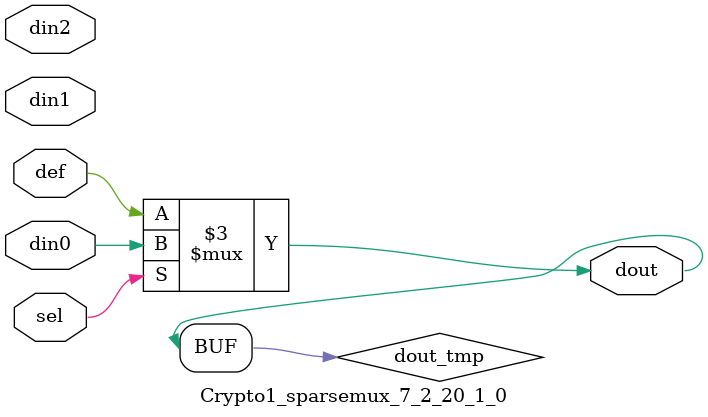
<source format=v>
`timescale 1ns / 1ps

module Crypto1_sparsemux_7_2_20_1_0 (din0,din1,din2,def,sel,dout);

parameter din0_WIDTH = 1;

parameter din1_WIDTH = 1;

parameter din2_WIDTH = 1;

parameter def_WIDTH = 1;
parameter sel_WIDTH = 1;
parameter dout_WIDTH = 1;

parameter [sel_WIDTH-1:0] CASE0 = 1;

parameter [sel_WIDTH-1:0] CASE1 = 1;

parameter [sel_WIDTH-1:0] CASE2 = 1;

parameter ID = 1;
parameter NUM_STAGE = 1;



input [din0_WIDTH-1:0] din0;

input [din1_WIDTH-1:0] din1;

input [din2_WIDTH-1:0] din2;

input [def_WIDTH-1:0] def;
input [sel_WIDTH-1:0] sel;

output [dout_WIDTH-1:0] dout;



reg [dout_WIDTH-1:0] dout_tmp;


always @ (*) begin
(* parallel_case *) case (sel)
    
    CASE0 : dout_tmp = din0;
    
    CASE1 : dout_tmp = din1;
    
    CASE2 : dout_tmp = din2;
    
    default : dout_tmp = def;
endcase
end


assign dout = dout_tmp;



endmodule

</source>
